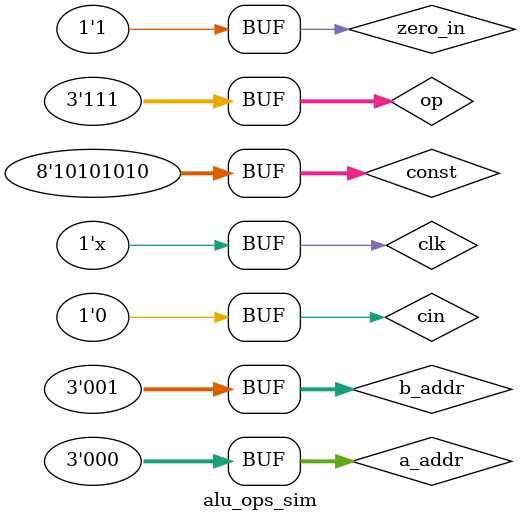
<source format=v>
`timescale 1ns / 1ps

//////////////////////////////////////////////////////////////////////////////////
// Company:     BME
// Engineer:    Nagy Tímea Csilla(O5D5VN), Cseh Péter(DM5HMB)
// 
// Create Date: 17.04.2017 12:39:55
// Design Name: alu
// Module Name: alu_sim
//////////////////////////////////////////////////////////////////////////////////


module alu_ops_sim;

	// Inputs
	reg clk;
	reg [2:0] a_addr;
	reg [2:0] b_addr;
	reg [7:0] const;
    reg [2:0] op;
    reg cin;
    reg zero_in;
    
    //Outputs
    wire [7:0] y;
    wire cout;
    wire ovf;
    wire zero;
    wire neg;

	// Instantiate the Unit Under Test (UUT)
	alu uut
	(
		.clk(clk),
		.a_addr(a_addr),
		.b_addr(b_addr),
		.const(const), 
		.op(op), 
		.cin(cin),
		.zero_in(zero_in),
		 
		.y(y),
		.cout(cout),
		.ovf(ovf),
		.zero(zero),
		.neg(neg)
	);

initial begin
    clk = 0;
    a_addr <= 0;
    b_addr <= 1;
    const = 0;
    op = MOV;
    cin = 1'b0;
    zero_in = 1'b1;
end

//Operation Codes
parameter MOV = 3'b000;
parameter AND = 3'b001;
parameter OR  = 3'b010;
parameter XOR = 3'b011;
parameter RRC = 3'b100;
parameter CMP = 3'b101;
parameter ADD = 3'b110;
parameter SUB = 3'b111;

always #10 clk = ~clk;

//Init: clear all reg, write 1 to addr 0; a_addr = 0, b_addr = 1
initial #20 a_addr = 0;
initial #40 a_addr = 1;
initial #60 a_addr = 2;
initial #80 a_addr = 3;
initial #100 a_addr = 4;
initial #120 a_addr = 5;
initial #140 a_addr = 6;
initial #160 a_addr = 7;

//Load test values
initial #180 a_addr = 1;
initial #180 const = 8'h2E;
initial #200 const = 8'hAA;
initial #200 a_addr = 0;
initial #210 op = AND;

initial #220 a_addr = 1;
initial #220 const = 8'h2E;
initial #240 const = 8'hAA;
initial #240 a_addr = 0;
initial #250 op = OR;

initial #260 a_addr = 1;
initial #260 const = 8'h2E;
initial #280 const = 8'hAA;
initial #280 a_addr = 0;
initial #290 op = XOR;

initial #300 a_addr = 1;
initial #300 const = 8'h2E;
initial #320 const = 8'hAA;
initial #320 a_addr = 0;
initial #330 op = RRC;

initial #340 a_addr = 1;
initial #340 const = 8'h2E;
initial #360 const = 8'hAA;
initial #360 a_addr = 0;
initial #370 op = CMP;

initial #380 a_addr = 1;
initial #380 const = 8'h2E;
initial #400 const = 8'hAA;
initial #400 a_addr = 0;
initial #410 op = ADD;

initial #420 a_addr = 1;
initial #420 const = 8'h2E;
initial #440 const = 8'hAA;
initial #440 a_addr = 0;
initial #450 op = SUB;

endmodule

</source>
